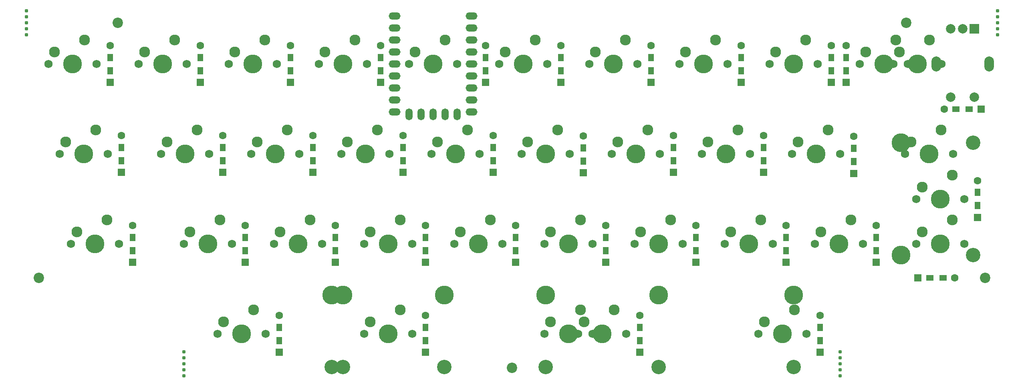
<source format=gbr>
%TF.GenerationSoftware,KiCad,Pcbnew,(7.0.0)*%
%TF.CreationDate,2023-08-24T19:00:58+02:00*%
%TF.ProjectId,QAZISOKLEWTFBBQ,51415a49-534f-44b4-9c45-575446424251,rev?*%
%TF.SameCoordinates,Original*%
%TF.FileFunction,Soldermask,Bot*%
%TF.FilePolarity,Negative*%
%FSLAX46Y46*%
G04 Gerber Fmt 4.6, Leading zero omitted, Abs format (unit mm)*
G04 Created by KiCad (PCBNEW (7.0.0)) date 2023-08-24 19:00:58*
%MOMM*%
%LPD*%
G01*
G04 APERTURE LIST*
%ADD10C,1.750000*%
%ADD11C,3.987800*%
%ADD12C,2.300000*%
%ADD13R,1.600000X1.200000*%
%ADD14R,1.600000X1.600000*%
%ADD15C,1.600000*%
%ADD16R,1.200000X1.600000*%
%ADD17C,3.048000*%
%ADD18O,2.000000X3.200000*%
%ADD19R,2.000000X2.000000*%
%ADD20C,2.000000*%
%ADD21C,0.787400*%
%ADD22C,2.200000*%
%ADD23O,2.500000X1.500000*%
%ADD24O,1.500000X2.500000*%
G04 APERTURE END LIST*
D10*
%TO.C,MX10*%
X206851250Y-33337500D03*
D11*
X211931250Y-33337500D03*
D10*
X217011250Y-33337500D03*
D12*
X208121250Y-30797500D03*
X214471250Y-28257500D03*
%TD*%
D13*
%TO.C,D35*%
X214499999Y-78581249D03*
D14*
X211999999Y-78581249D03*
D15*
X219800000Y-78581250D03*
D13*
X217299999Y-78581249D03*
%TD*%
D16*
%TO.C,D12*%
X65087499Y-53787499D03*
D14*
X65087499Y-56287499D03*
D15*
X65087500Y-48487500D03*
D16*
X65087499Y-50987499D03*
%TD*%
D10*
%TO.C,MX18*%
X166370000Y-52387500D03*
D11*
X171450000Y-52387500D03*
D10*
X176530000Y-52387500D03*
D12*
X167640000Y-49847500D03*
X173990000Y-47307500D03*
%TD*%
D16*
%TO.C,D30*%
X76993749Y-91887499D03*
D14*
X76993749Y-94387499D03*
D15*
X76993750Y-86587500D03*
D16*
X76993749Y-89087499D03*
%TD*%
%TO.C,D27*%
X165099999Y-72837499D03*
D14*
X165099999Y-75337499D03*
D15*
X165100000Y-67537500D03*
D16*
X165099999Y-70037499D03*
%TD*%
D10*
%TO.C,MX19*%
X185420000Y-52387500D03*
D11*
X190500000Y-52387500D03*
D10*
X195580000Y-52387500D03*
D12*
X186690000Y-49847500D03*
X193040000Y-47307500D03*
%TD*%
D16*
%TO.C,D32*%
X153193749Y-91887499D03*
D14*
X153193749Y-94387499D03*
D15*
X153193750Y-86587500D03*
D16*
X153193749Y-89087499D03*
%TD*%
D10*
%TO.C,MX27*%
X152082500Y-71437500D03*
D11*
X157162500Y-71437500D03*
D10*
X162242500Y-71437500D03*
D12*
X153352500Y-68897500D03*
X159702500Y-66357500D03*
%TD*%
D16*
%TO.C,D16*%
X141287499Y-53856249D03*
D14*
X141287499Y-56356249D03*
D15*
X141287500Y-48556250D03*
D16*
X141287499Y-51056249D03*
%TD*%
D11*
%TO.C,S3*%
X208438750Y-50006250D03*
X208438750Y-73818750D03*
D17*
X223678750Y-50006250D03*
X223678750Y-73818750D03*
%TD*%
D10*
%TO.C,MX23*%
X75882500Y-71437500D03*
D11*
X80962500Y-71437500D03*
D10*
X86042500Y-71437500D03*
D12*
X77152500Y-68897500D03*
X83502500Y-66357500D03*
%TD*%
D16*
%TO.C,D21*%
X46037499Y-72837499D03*
D14*
X46037499Y-75337499D03*
D15*
X46037500Y-67537500D03*
D16*
X46037499Y-70037499D03*
%TD*%
D18*
%TO.C,SW1*%
X227056249Y-33337499D03*
X215856249Y-33337499D03*
D19*
X223956249Y-25837499D03*
D20*
X218956250Y-25837500D03*
X221456250Y-25837500D03*
X218956250Y-40337500D03*
X223956250Y-40337500D03*
%TD*%
D10*
%TO.C,MX16*%
X128270000Y-52387500D03*
D11*
X133350000Y-52387500D03*
D10*
X138430000Y-52387500D03*
D12*
X129540000Y-49847500D03*
X135890000Y-47307500D03*
%TD*%
D10*
%TO.C,MX20*%
X211613750Y-61912500D03*
D11*
X216693750Y-61912500D03*
D10*
X221773750Y-61912500D03*
D12*
X212883750Y-59372500D03*
X219233750Y-56832500D03*
%TD*%
D16*
%TO.C,D33*%
X191293749Y-91887499D03*
D14*
X191293749Y-94387499D03*
D15*
X191293750Y-86587500D03*
D16*
X191293749Y-89087499D03*
%TD*%
D13*
%TO.C,D34*%
X222856249Y-42862499D03*
D14*
X225356249Y-42862499D03*
D15*
X217556250Y-42862500D03*
D13*
X220056249Y-42862499D03*
%TD*%
D21*
%TO.C,REF\u002A\u002A*%
X195516500Y-94297500D03*
X195516500Y-95567500D03*
X195516500Y-96837500D03*
X195516500Y-98107500D03*
X195516500Y-99377500D03*
%TD*%
D16*
%TO.C,D28*%
X184149999Y-72837499D03*
D14*
X184149999Y-75337499D03*
D15*
X184150000Y-67537500D03*
D16*
X184149999Y-70037499D03*
%TD*%
D10*
%TO.C,MX29*%
X190182500Y-71437500D03*
D11*
X195262500Y-71437500D03*
D10*
X200342500Y-71437500D03*
D12*
X191452500Y-68897500D03*
X197802500Y-66357500D03*
%TD*%
D10*
%TO.C,MX32*%
X140176250Y-90487500D03*
D11*
X145256250Y-90487500D03*
D10*
X150336250Y-90487500D03*
D12*
X141446250Y-87947500D03*
X147796250Y-85407500D03*
%TD*%
D16*
%TO.C,D31*%
X107949999Y-91887499D03*
D14*
X107949999Y-94387499D03*
D15*
X107950000Y-86587500D03*
D16*
X107949999Y-89087499D03*
%TD*%
D10*
%TO.C,MX4*%
X85407500Y-33337500D03*
D11*
X90487500Y-33337500D03*
D10*
X95567500Y-33337500D03*
D12*
X86677500Y-30797500D03*
X93027500Y-28257500D03*
%TD*%
D17*
%TO.C,S4*%
X185737500Y-97472500D03*
D11*
X185737500Y-82232500D03*
D17*
X90487500Y-97472500D03*
D11*
X90487500Y-82232500D03*
%TD*%
D16*
%TO.C,D17*%
X160337499Y-53787499D03*
D14*
X160337499Y-56287499D03*
D15*
X160337500Y-48487500D03*
D16*
X160337499Y-50987499D03*
%TD*%
D10*
%TO.C,MX36*%
X133032500Y-90487500D03*
D11*
X138112500Y-90487500D03*
D10*
X143192500Y-90487500D03*
D12*
X134302500Y-87947500D03*
X140652500Y-85407500D03*
%TD*%
D10*
%TO.C,MX31*%
X94932500Y-90487500D03*
D11*
X100012500Y-90487500D03*
D10*
X105092500Y-90487500D03*
D12*
X96202500Y-87947500D03*
X102552500Y-85407500D03*
%TD*%
D21*
%TO.C,REF\u002A\u002A*%
X228854000Y-22066250D03*
X228854000Y-23336250D03*
X228854000Y-24606250D03*
X228854000Y-25876250D03*
X228854000Y-27146250D03*
%TD*%
D16*
%TO.C,D6*%
X136524999Y-34737499D03*
D14*
X136524999Y-37237499D03*
D15*
X136525000Y-29437500D03*
D16*
X136524999Y-31937499D03*
%TD*%
%TO.C,D9*%
X193674999Y-34737499D03*
D14*
X193674999Y-37237499D03*
D15*
X193675000Y-29437500D03*
D16*
X193674999Y-31937499D03*
%TD*%
%TO.C,D26*%
X146049999Y-72837499D03*
D14*
X146049999Y-75337499D03*
D15*
X146050000Y-67537500D03*
D16*
X146049999Y-70037499D03*
%TD*%
D10*
%TO.C,MX14*%
X90170000Y-52387500D03*
D11*
X95250000Y-52387500D03*
D10*
X100330000Y-52387500D03*
D12*
X91440000Y-49847500D03*
X97790000Y-47307500D03*
%TD*%
D17*
%TO.C,S2*%
X157162500Y-97472500D03*
D11*
X157162500Y-82232500D03*
D17*
X133350000Y-97472500D03*
D11*
X133350000Y-82232500D03*
%TD*%
D16*
%TO.C,D20*%
X224631249Y-63312499D03*
D14*
X224631249Y-65812499D03*
D15*
X224631250Y-58012500D03*
D16*
X224631249Y-60512499D03*
%TD*%
D10*
%TO.C,MX13*%
X71120000Y-52387500D03*
D11*
X76200000Y-52387500D03*
D10*
X81280000Y-52387500D03*
D12*
X72390000Y-49847500D03*
X78740000Y-47307500D03*
%TD*%
D16*
%TO.C,D23*%
X88899999Y-72837499D03*
D14*
X88899999Y-75337499D03*
D15*
X88900000Y-67537500D03*
D16*
X88899999Y-70037499D03*
%TD*%
%TO.C,D18*%
X179387499Y-53787499D03*
D14*
X179387499Y-56287499D03*
D15*
X179387500Y-48487500D03*
D16*
X179387499Y-50987499D03*
%TD*%
D10*
%TO.C,MX30*%
X63976250Y-90487500D03*
D11*
X69056250Y-90487500D03*
D10*
X74136250Y-90487500D03*
D12*
X65246250Y-87947500D03*
X71596250Y-85407500D03*
%TD*%
D10*
%TO.C,MX15*%
X109220000Y-52387500D03*
D11*
X114300000Y-52387500D03*
D10*
X119380000Y-52387500D03*
D12*
X110490000Y-49847500D03*
X116840000Y-47307500D03*
%TD*%
D16*
%TO.C,D5*%
X120649999Y-34737499D03*
D14*
X120649999Y-37237499D03*
D15*
X120650000Y-29437500D03*
D16*
X120649999Y-31937499D03*
%TD*%
D10*
%TO.C,MX22*%
X56832500Y-71437500D03*
D11*
X61912500Y-71437500D03*
D10*
X66992500Y-71437500D03*
D12*
X58102500Y-68897500D03*
X64452500Y-66357500D03*
%TD*%
D10*
%TO.C,MX3*%
X66357500Y-33337500D03*
D11*
X71437500Y-33337500D03*
D10*
X76517500Y-33337500D03*
D12*
X67627500Y-30797500D03*
X73977500Y-28257500D03*
%TD*%
D16*
%TO.C,D24*%
X107949999Y-72837499D03*
D14*
X107949999Y-75337499D03*
D15*
X107950000Y-67537500D03*
D16*
X107949999Y-70037499D03*
%TD*%
%TO.C,D4*%
X98424999Y-34737499D03*
D14*
X98424999Y-37237499D03*
D15*
X98425000Y-29437500D03*
D16*
X98424999Y-31937499D03*
%TD*%
D10*
%TO.C,MX12*%
X52070000Y-52387500D03*
D11*
X57150000Y-52387500D03*
D10*
X62230000Y-52387500D03*
D12*
X53340000Y-49847500D03*
X59690000Y-47307500D03*
%TD*%
D16*
%TO.C,D11*%
X43656249Y-53787499D03*
D14*
X43656249Y-56287499D03*
D15*
X43656250Y-48487500D03*
D16*
X43656249Y-50987499D03*
%TD*%
D10*
%TO.C,MX1*%
X28257500Y-33337500D03*
D11*
X33337500Y-33337500D03*
D10*
X38417500Y-33337500D03*
D12*
X29527500Y-30797500D03*
X35877500Y-28257500D03*
%TD*%
D10*
%TO.C,MX17*%
X147320000Y-52387500D03*
D11*
X152400000Y-52387500D03*
D10*
X157480000Y-52387500D03*
D12*
X148590000Y-49847500D03*
X154940000Y-47307500D03*
%TD*%
D16*
%TO.C,D19*%
X198437499Y-53974999D03*
D14*
X198437499Y-56474999D03*
D15*
X198437500Y-48675000D03*
D16*
X198437499Y-51174999D03*
%TD*%
D10*
%TO.C,MX37*%
X211613750Y-71437500D03*
D11*
X216693750Y-71437500D03*
D10*
X221773750Y-71437500D03*
D12*
X212883750Y-68897500D03*
X219233750Y-66357500D03*
%TD*%
D16*
%TO.C,D8*%
X174624999Y-34737499D03*
D14*
X174624999Y-37237499D03*
D15*
X174625000Y-29437500D03*
D16*
X174624999Y-31937499D03*
%TD*%
D10*
%TO.C,MX2*%
X47307500Y-33337500D03*
D11*
X52387500Y-33337500D03*
D10*
X57467500Y-33337500D03*
D12*
X48577500Y-30797500D03*
X54927500Y-28257500D03*
%TD*%
D10*
%TO.C,MX35*%
X209232500Y-52387500D03*
D11*
X214312500Y-52387500D03*
D10*
X219392500Y-52387500D03*
D12*
X210502500Y-49847500D03*
X216852500Y-47307500D03*
%TD*%
D10*
%TO.C,MX11*%
X30638750Y-52387500D03*
D11*
X35718750Y-52387500D03*
D10*
X40798750Y-52387500D03*
D12*
X31908750Y-49847500D03*
X38258750Y-47307500D03*
%TD*%
D21*
%TO.C,REF\u002A\u002A*%
X56896000Y-99377500D03*
X56896000Y-98107500D03*
X56896000Y-96837500D03*
X56896000Y-95567500D03*
X56896000Y-94297500D03*
%TD*%
D10*
%TO.C,MX24*%
X94932500Y-71437500D03*
D11*
X100012500Y-71437500D03*
D10*
X105092500Y-71437500D03*
D12*
X96202500Y-68897500D03*
X102552500Y-66357500D03*
%TD*%
D16*
%TO.C,D29*%
X203199999Y-72837499D03*
D14*
X203199999Y-75337499D03*
D15*
X203200000Y-67537500D03*
D16*
X203199999Y-70037499D03*
%TD*%
%TO.C,D15*%
X122237499Y-53787499D03*
D14*
X122237499Y-56287499D03*
D15*
X122237500Y-48487500D03*
D16*
X122237499Y-50987499D03*
%TD*%
D10*
%TO.C,MX25*%
X113982500Y-71437500D03*
D11*
X119062500Y-71437500D03*
D10*
X124142500Y-71437500D03*
D12*
X115252500Y-68897500D03*
X121602500Y-66357500D03*
%TD*%
D10*
%TO.C,MX9*%
X180657500Y-33337500D03*
D11*
X185737500Y-33337500D03*
D10*
X190817500Y-33337500D03*
D12*
X181927500Y-30797500D03*
X188277500Y-28257500D03*
%TD*%
D10*
%TO.C,MX5*%
X104457500Y-33337500D03*
D11*
X109537500Y-33337500D03*
D10*
X114617500Y-33337500D03*
D12*
X105727500Y-30797500D03*
X112077500Y-28257500D03*
%TD*%
D10*
%TO.C,MX26*%
X133032500Y-71437500D03*
D11*
X138112500Y-71437500D03*
D10*
X143192500Y-71437500D03*
D12*
X134302500Y-68897500D03*
X140652500Y-66357500D03*
%TD*%
D10*
%TO.C,MX7*%
X142557500Y-33337500D03*
D11*
X147637500Y-33337500D03*
D10*
X152717500Y-33337500D03*
D12*
X143827500Y-30797500D03*
X150177500Y-28257500D03*
%TD*%
D16*
%TO.C,D25*%
X126999999Y-72837499D03*
D14*
X126999999Y-75337499D03*
D15*
X127000000Y-67537500D03*
D16*
X126999999Y-70037499D03*
%TD*%
D10*
%TO.C,MX33*%
X178276250Y-90487500D03*
D11*
X183356250Y-90487500D03*
D10*
X188436250Y-90487500D03*
D12*
X179546250Y-87947500D03*
X185896250Y-85407500D03*
%TD*%
D16*
%TO.C,D22*%
X69849999Y-72837499D03*
D14*
X69849999Y-75337499D03*
D15*
X69850000Y-67537500D03*
D16*
X69849999Y-70037499D03*
%TD*%
D10*
%TO.C,MX28*%
X171132500Y-71437500D03*
D11*
X176212500Y-71437500D03*
D10*
X181292500Y-71437500D03*
D12*
X172402500Y-68897500D03*
X178752500Y-66357500D03*
%TD*%
D16*
%TO.C,D14*%
X103187499Y-53787499D03*
D14*
X103187499Y-56287499D03*
D15*
X103187500Y-48487500D03*
D16*
X103187499Y-50987499D03*
%TD*%
D10*
%TO.C,MX21*%
X33020000Y-71437500D03*
D11*
X38100000Y-71437500D03*
D10*
X43180000Y-71437500D03*
D12*
X34290000Y-68897500D03*
X40640000Y-66357500D03*
%TD*%
D16*
%TO.C,D2*%
X60324999Y-34737499D03*
D14*
X60324999Y-37237499D03*
D15*
X60325000Y-29437500D03*
D16*
X60324999Y-31937499D03*
%TD*%
D10*
%TO.C,MX34*%
X199707500Y-33337500D03*
D11*
X204787500Y-33337500D03*
D10*
X209867500Y-33337500D03*
D12*
X200977500Y-30797500D03*
X207327500Y-28257500D03*
%TD*%
D10*
%TO.C,MX8*%
X161607500Y-33337500D03*
D11*
X166687500Y-33337500D03*
D10*
X171767500Y-33337500D03*
D12*
X162877500Y-30797500D03*
X169227500Y-28257500D03*
%TD*%
D16*
%TO.C,D1*%
X41274999Y-34737499D03*
D14*
X41274999Y-37237499D03*
D15*
X41275000Y-29437500D03*
D16*
X41274999Y-31937499D03*
%TD*%
%TO.C,D10*%
X196849999Y-34737499D03*
D14*
X196849999Y-37237499D03*
D15*
X196850000Y-29437500D03*
D16*
X196849999Y-31937499D03*
%TD*%
%TO.C,D7*%
X155574999Y-34737499D03*
D14*
X155574999Y-37237499D03*
D15*
X155575000Y-29437500D03*
D16*
X155574999Y-31937499D03*
%TD*%
D21*
%TO.C,REF\u002A\u002A*%
X23558500Y-27146250D03*
X23558500Y-25876250D03*
X23558500Y-24606250D03*
X23558500Y-23336250D03*
X23558500Y-22066250D03*
%TD*%
D16*
%TO.C,D3*%
X79374999Y-34737499D03*
D14*
X79374999Y-37237499D03*
D15*
X79375000Y-29437500D03*
D16*
X79374999Y-31937499D03*
%TD*%
D10*
%TO.C,MX6*%
X123507500Y-33337500D03*
D11*
X128587500Y-33337500D03*
D10*
X133667500Y-33337500D03*
D12*
X124777500Y-30797500D03*
X131127500Y-28257500D03*
%TD*%
D17*
%TO.C,S1*%
X111918750Y-97472500D03*
D11*
X111918750Y-82232500D03*
D17*
X88106250Y-97472500D03*
D11*
X88106250Y-82232500D03*
%TD*%
D16*
%TO.C,D13*%
X84137499Y-53787499D03*
D14*
X84137499Y-56287499D03*
D15*
X84137500Y-48487500D03*
D16*
X84137499Y-50987499D03*
%TD*%
D22*
%TO.C,H2*%
X209550000Y-24606250D03*
%TD*%
%TO.C,H4*%
X126206250Y-97631250D03*
%TD*%
%TO.C,H5*%
X226218750Y-78581250D03*
%TD*%
%TO.C,H1*%
X42862500Y-24606250D03*
%TD*%
%TO.C,H3*%
X26193750Y-78581250D03*
%TD*%
D23*
%TO.C,RZ1*%
X101417499Y-23177499D03*
X101417499Y-25717499D03*
X101417499Y-28257499D03*
X101417499Y-30797499D03*
X101417499Y-33337499D03*
X101417499Y-35877499D03*
X101417499Y-38417499D03*
X101417499Y-40957499D03*
X101417499Y-43497499D03*
D24*
X104457499Y-43997499D03*
X106997499Y-43997499D03*
X109537499Y-43997499D03*
X112077499Y-43997499D03*
X114617499Y-43997499D03*
D23*
X117657499Y-43497499D03*
X117657499Y-40957499D03*
X117657499Y-38417499D03*
X117657499Y-35877499D03*
X117657499Y-33337499D03*
X117657499Y-30797499D03*
X117657499Y-28257499D03*
X117657499Y-25717499D03*
X117657499Y-23177499D03*
%TD*%
M02*

</source>
